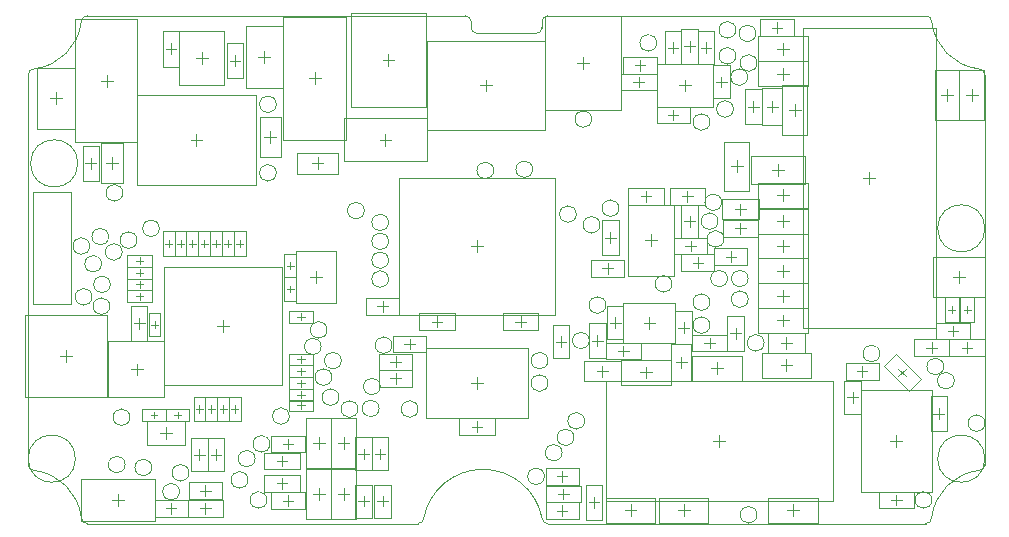
<source format=gbr>
%TF.GenerationSoftware,Altium Limited,Altium Designer,22.6.1 (34)*%
G04 Layer_Color=16776960*
%FSLAX45Y45*%
%MOMM*%
%TF.SameCoordinates,07F994AE-BB1C-4BEA-A643-928B9DFDCC76*%
%TF.FilePolarity,Positive*%
%TF.FileFunction,Other,Top_Courtyard*%
%TF.Part,Single*%
G01*
G75*
%TA.AperFunction,NonConductor*%
%ADD164C,0.10000*%
%ADD170C,0.05000*%
D164*
X3990711Y3040000D02*
G03*
X3990711Y3040000I-70711J0D01*
G01*
X4820710Y3475000D02*
G03*
X4820710Y3475000I-70711J0D01*
G01*
X2150711Y3020000D02*
G03*
X2150711Y3020000I-70711J0D01*
G01*
Y3600000D02*
G03*
X2150711Y3600000I-70711J0D01*
G01*
X850711Y2850000D02*
G03*
X850711Y2850000I-70711J0D01*
G01*
X6220711Y125000D02*
G03*
X6220711Y125000I-70711J0D01*
G01*
X7700711Y250000D02*
G03*
X7700711Y250000I-70711J0D01*
G01*
X2260711Y960000D02*
G03*
X2260711Y960000I-70711J0D01*
G01*
X3350711Y1020000D02*
G03*
X3350711Y1020000I-70711J0D01*
G01*
X4670711Y780000D02*
G03*
X4670711Y780000I-70711J0D01*
G01*
X1910711Y420000D02*
G03*
X1910711Y420000I-70711J0D01*
G01*
X2095711Y725000D02*
G03*
X2095711Y725000I-70711J0D01*
G01*
X2070711Y250000D02*
G03*
X2070711Y250000I-70711J0D01*
G01*
X1970711Y600000D02*
G03*
X1970711Y600000I-70711J0D01*
G01*
X4570711Y650000D02*
G03*
X4570711Y650000I-70711J0D01*
G01*
X4420711Y450000D02*
G03*
X4420711Y450000I-70711J0D01*
G01*
X4760711Y920000D02*
G03*
X4760711Y920000I-70711J0D01*
G01*
X4800711Y1600000D02*
G03*
X4800711Y1600000I-70711J0D01*
G01*
X4320711Y3050000D02*
G03*
X4320711Y3050000I-70711J0D01*
G01*
X6280711Y1580000D02*
G03*
X6280711Y1580000I-70711J0D01*
G01*
X3100711Y2280000D02*
G03*
X3100711Y2280000I-70711J0D01*
G01*
Y2120000D02*
G03*
X3100711Y2120000I-70711J0D01*
G01*
Y2600000D02*
G03*
X3100711Y2600000I-70711J0D01*
G01*
Y2440000D02*
G03*
X3100711Y2440000I-70711J0D01*
G01*
X4940711Y1900000D02*
G03*
X4940711Y1900000I-70711J0D01*
G01*
X5820711Y1730000D02*
G03*
X5820711Y1730000I-70711J0D01*
G01*
X4690711Y2670000D02*
G03*
X4690711Y2670000I-70711J0D01*
G01*
X5920711Y2770000D02*
G03*
X5920711Y2770000I-70711J0D01*
G01*
X1330711Y320000D02*
G03*
X1330711Y320000I-70711J0D01*
G01*
X3130711Y1560000D02*
G03*
X3130711Y1560000I-70711J0D01*
G01*
X3030711Y1210000D02*
G03*
X3030711Y1210000I-70711J0D01*
G01*
X910711Y950000D02*
G03*
X910711Y950000I-70711J0D01*
G01*
X845711Y2350000D02*
G03*
X845711Y2350000I-70711J0D01*
G01*
X5820711Y3450000D02*
G03*
X5820711Y3450000I-70711J0D01*
G01*
X1160711Y2550000D02*
G03*
X1160711Y2550000I-70711J0D01*
G01*
X970711Y2450000D02*
G03*
X970711Y2450000I-70711J0D01*
G01*
X6020711Y3560000D02*
G03*
X6020711Y3560000I-70711J0D01*
G01*
X6040711Y4230000D02*
G03*
X6040711Y4230000I-70711J0D01*
G01*
X5370711Y4120000D02*
G03*
X5370711Y4120000I-70711J0D01*
G01*
X730711Y2480000D02*
G03*
X730711Y2480000I-70711J0D01*
G01*
X6220711Y3950000D02*
G03*
X6220711Y3950000I-70711J0D01*
G01*
X570711Y2400000D02*
G03*
X570711Y2400000I-70711J0D01*
G01*
X6040711Y4010000D02*
G03*
X6040711Y4010000I-70711J0D01*
G01*
X6140711Y3830000D02*
G03*
X6140711Y3830000I-70711J0D01*
G01*
X6210711Y4200000D02*
G03*
X6210711Y4200000I-70711J0D01*
G01*
X745711Y2075000D02*
G03*
X745711Y2075000I-70711J0D01*
G01*
X590711Y1970000D02*
G03*
X590711Y1970000I-70711J0D01*
G01*
X5890711Y2610000D02*
G03*
X5890711Y2610000I-70711J0D01*
G01*
X5050711Y2720000D02*
G03*
X5050711Y2720000I-70711J0D01*
G01*
X4890711Y2580000D02*
G03*
X4890711Y2580000I-70711J0D01*
G01*
X5940711Y2460000D02*
G03*
X5940711Y2460000I-70711J0D01*
G01*
X2530711Y1550000D02*
G03*
X2530711Y1550000I-70711J0D01*
G01*
X5970711Y2125000D02*
G03*
X5970711Y2125000I-70711J0D01*
G01*
X2620711Y1290000D02*
G03*
X2620711Y1290000I-70711J0D01*
G01*
X5500711Y2080000D02*
G03*
X5500711Y2080000I-70711J0D01*
G01*
X6145711Y1950000D02*
G03*
X6145711Y1950000I-70711J0D01*
G01*
Y2125000D02*
G03*
X6145711Y2125000I-70711J0D01*
G01*
X2580711Y1690000D02*
G03*
X2580711Y1690000I-70711J0D01*
G01*
X2700711Y1430000D02*
G03*
X2700711Y1430000I-70711J0D01*
G01*
X7800711Y1380000D02*
G03*
X7800711Y1380000I-70711J0D01*
G01*
X2680711Y1120000D02*
G03*
X2680711Y1120000I-70711J0D01*
G01*
X7890711Y1260000D02*
G03*
X7890711Y1260000I-70711J0D01*
G01*
X740711Y1890000D02*
G03*
X740711Y1890000I-70711J0D01*
G01*
X5820711Y1925000D02*
G03*
X5820711Y1925000I-70711J0D01*
G01*
X8150711Y900000D02*
G03*
X8150711Y900000I-70711J0D01*
G01*
X1410711Y480000D02*
G03*
X1410711Y480000I-70711J0D01*
G01*
X4450711Y1240000D02*
G03*
X4450711Y1240000I-70711J0D01*
G01*
X1095711Y525000D02*
G03*
X1095711Y525000I-70711J0D01*
G01*
X7260711Y1490000D02*
G03*
X7260711Y1490000I-70711J0D01*
G01*
X2840711Y1020000D02*
G03*
X2840711Y1020000I-70711J0D01*
G01*
X3020711Y1025000D02*
G03*
X3020711Y1025000I-70711J0D01*
G01*
X870711Y550000D02*
G03*
X870711Y550000I-70711J0D01*
G01*
X4450711Y1430000D02*
G03*
X4450711Y1430000I-70711J0D01*
G01*
X670711Y2250000D02*
G03*
X670711Y2250000I-70711J0D01*
G01*
X2895711Y2700000D02*
G03*
X2895711Y2700000I-70711J0D01*
G01*
X100000Y3900000D02*
G03*
X500000Y4300000I-50000J450000D01*
G01*
X7700000D02*
G03*
X8100000Y3900000I450000J50000D01*
G01*
Y500000D02*
G03*
X7700000Y100000I50000J-450000D01*
G01*
X500000D02*
G03*
X100000Y500000I-450000J-50000D01*
G01*
X4400000Y100000D02*
G03*
X3400000Y100000I-500000J-100000D01*
G01*
X50000Y550000D02*
G03*
X100000Y500000I50000J0D01*
G01*
X550000Y4350000D02*
G03*
X500000Y4300000I0J-50000D01*
G01*
X100000Y3900000D02*
G03*
X50000Y3850000I0J-50000D01*
G01*
X4350000Y4200000D02*
G03*
X4400000Y4250000I0J50000D01*
G01*
X3800000D02*
G03*
X3850000Y4200000I50000J0D01*
G01*
X4450000Y4350000D02*
G03*
X4400000Y4300000I0J-50000D01*
G01*
X3800000D02*
G03*
X3750000Y4350000I-50000J0D01*
G01*
X7700000Y4300000D02*
G03*
X7650000Y4350000I-50000J0D01*
G01*
X8150000Y3850000D02*
G03*
X8100000Y3900000I-50000J0D01*
G01*
Y500000D02*
G03*
X8150000Y550000I0J50000D01*
G01*
X7650000Y50000D02*
G03*
X7700000Y100000I0J50000D01*
G01*
X3350000Y50000D02*
G03*
X3400000Y100000I0J50000D01*
G01*
X4400000D02*
G03*
X4450000Y50000I50000J0D01*
G01*
X500000Y100000D02*
G03*
X550000Y50000I50000J0D01*
G01*
X8149997Y599997D02*
G03*
X8149997Y599997I-200000J0D01*
G01*
X8149998Y2549997D02*
G03*
X8149998Y2549997I-200000J0D01*
G01*
X469993Y3099997D02*
G03*
X469993Y3099997I-200000J0D01*
G01*
X449994Y599996D02*
G03*
X449994Y599996I-200000J0D01*
G01*
X975000Y2920000D02*
Y3680000D01*
X1975000D01*
X975000Y2920000D02*
X1975000D01*
X1475000Y3250000D02*
Y3350000D01*
X1425000Y3300000D02*
X1525000D01*
X1975000Y2920000D02*
Y3680000D01*
X729972Y1124975D02*
Y1594975D01*
Y1124975D02*
X1199972D01*
X729972Y1594975D02*
X1199972D01*
Y1124975D02*
Y1594975D01*
X919972Y1354975D02*
X1019972D01*
X969972Y1304975D02*
Y1404975D01*
X3800000Y2400000D02*
X3900000D01*
X3850000Y2350000D02*
Y2450000D01*
X3190000Y1820000D02*
Y2980000D01*
X4510000D01*
Y1820000D02*
Y2980000D01*
X3190000Y1820000D02*
X4510000D01*
X1470000Y3990000D02*
X1570000D01*
X1520000Y3940000D02*
Y4040000D01*
X1710000Y3760000D02*
Y4220000D01*
X1330000Y3760000D02*
Y4220000D01*
X1710000D01*
X1330000Y3760000D02*
X1710000D01*
X7100000Y320000D02*
X7700000D01*
X7100000Y1180000D02*
X7700000D01*
X7100000Y320000D02*
Y1180000D01*
X7700000Y320000D02*
Y1180000D01*
X7400000Y700000D02*
Y800000D01*
X7350000Y750000D02*
X7450000D01*
X5669999Y1260000D02*
Y1470000D01*
X6090000Y1260000D02*
Y1470000D01*
X5669999D02*
X6090000D01*
X5669999Y1260000D02*
X6090000D01*
X5830000Y1365000D02*
X5929999D01*
X5879999Y1315000D02*
Y1415000D01*
X6609999Y1705000D02*
X7739999D01*
Y4245000D01*
X7169999Y2925000D02*
Y3025000D01*
X7119999Y2975000D02*
X7219999D01*
X6609999Y4245000D02*
X7739999D01*
X6609999Y1705000D02*
Y4245000D01*
X5900000Y700000D02*
Y800000D01*
X5850000Y750000D02*
X5950000D01*
X4940000Y1260000D02*
X6860000D01*
Y240000D02*
Y1260000D01*
X4940000Y240000D02*
X6860000D01*
X4940000D02*
Y1260000D01*
X2320000Y1915000D02*
Y2355000D01*
X2660000Y1915000D02*
Y2355000D01*
X2320000D02*
X2660000D01*
X2320000Y1915000D02*
X2660000D01*
X91229Y2861311D02*
X408770D01*
X91229Y1908691D02*
Y2861311D01*
X408770Y1908691D02*
Y2861311D01*
X91229Y1908691D02*
X408770D01*
X6399999Y2995000D02*
Y3095000D01*
X6349999Y3045000D02*
X6450000D01*
X6170000Y3165000D02*
X6629999D01*
X6170000Y2925000D02*
X6629999D01*
X6170000D02*
Y3165000D01*
X6629999Y2925000D02*
Y3165000D01*
X1165000Y815000D02*
X1265000D01*
X1055000Y715000D02*
X1375000D01*
X1055000D02*
Y915000D01*
X1375000D01*
Y715000D02*
Y915000D01*
X1215000Y765000D02*
Y865000D01*
X3074974Y3250000D02*
Y3350000D01*
X3024974Y3300000D02*
X3124974D01*
X2724974Y3120000D02*
X3424974D01*
X2724974Y3480000D02*
X3424974D01*
Y3120000D02*
Y3480000D01*
X2724974Y3120000D02*
Y3480000D01*
X2780000Y3575000D02*
X3420000D01*
X2780000Y4375000D02*
X3420000D01*
X2780000Y3575000D02*
Y4375000D01*
X3420000Y3575000D02*
Y4375000D01*
X3100000Y3925000D02*
Y4025000D01*
X3050000Y3975000D02*
X3150000D01*
X1199997Y1224981D02*
X2199997D01*
X1199997Y2224981D02*
X2199997D01*
X1199997Y1224981D02*
Y2224981D01*
X2199997Y1224981D02*
Y2224981D01*
X1699997Y1674981D02*
Y1774981D01*
X1649997Y1724981D02*
X1749997D01*
X810000Y200000D02*
Y300000D01*
X760000Y250000D02*
X860000D01*
X1120000Y70000D02*
Y430000D01*
X500000Y70000D02*
X1120000D01*
X500000D02*
Y430000D01*
X1120000D01*
X4910000Y80000D02*
Y380000D01*
X4795000Y230000D02*
X4885000D01*
X4840000Y185000D02*
Y275000D01*
X4770000Y80000D02*
Y380000D01*
Y80000D02*
X4910000D01*
X4770000Y380000D02*
X4910000D01*
X4940000Y1440000D02*
X5240000D01*
X5090000Y1465000D02*
Y1555000D01*
X5045000Y1510000D02*
X5135000D01*
X4940000Y1580000D02*
X5240000D01*
X4940000Y1440000D02*
Y1580000D01*
X5240000Y1440000D02*
Y1580000D01*
X4425025Y3550000D02*
X5065025D01*
X4425025Y4350000D02*
X5065025D01*
X4425025Y3550000D02*
Y4350000D01*
X5065025Y3550000D02*
Y4350000D01*
X4745025Y3900000D02*
Y4000000D01*
X4695025Y3950000D02*
X4795025D01*
X2210000Y3300000D02*
X2740000D01*
X2210000Y4340000D02*
X2740000D01*
X2210000Y3300000D02*
Y4340000D01*
X2740000Y3300000D02*
Y4340000D01*
X2480000Y3770000D02*
Y3870000D01*
X2430000Y3820000D02*
X2530000D01*
X1330000Y3920000D02*
Y4220000D01*
X1215000Y4070000D02*
X1305000D01*
X1260000Y4025000D02*
Y4115000D01*
X1190000Y3920000D02*
Y4220000D01*
Y3920000D02*
X1330000D01*
X1190000Y4220000D02*
X1330000D01*
X1870000Y3820000D02*
Y4120000D01*
X1755000Y3970000D02*
X1845000D01*
X1800000Y3925000D02*
Y4015000D01*
X1730000Y3820000D02*
Y4120000D01*
Y3820000D02*
X1870000D01*
X1730000Y4120000D02*
X1870000D01*
X2000000Y4000000D02*
X2100000D01*
X2050000Y3950000D02*
Y4050000D01*
X2210000Y3740000D02*
Y4260000D01*
X1890000Y3740000D02*
Y4260000D01*
X2210000D01*
X1890000Y3740000D02*
X2210000D01*
X444975Y3280000D02*
X974975D01*
X444975Y4320000D02*
X974975D01*
X444975Y3280000D02*
Y4320000D01*
X974975Y3280000D02*
Y4320000D01*
X714975Y3750000D02*
Y3850000D01*
X664975Y3800000D02*
X764975D01*
X234949Y3650000D02*
X334949D01*
X284949Y3600000D02*
Y3700000D01*
X444949Y3390000D02*
Y3910000D01*
X124949Y3390000D02*
Y3910000D01*
X444949D01*
X124949Y3390000D02*
X444949D01*
X510000Y2950000D02*
Y3250000D01*
X535000Y3100000D02*
X625000D01*
X580000Y3055000D02*
Y3145000D01*
X650000Y2950000D02*
Y3250000D01*
X510000D02*
X650000D01*
X510000Y2950000D02*
X650000D01*
X2050000Y650000D02*
X2350000D01*
X2200000Y535000D02*
Y625000D01*
X2155000Y580000D02*
X2245000D01*
X2050000Y510000D02*
X2350000D01*
Y650000D01*
X2050000Y510000D02*
Y650000D01*
Y460000D02*
X2350000D01*
X2200000Y345000D02*
Y435000D01*
X2155000Y390000D02*
X2245000D01*
X2050000Y320000D02*
X2350000D01*
Y460000D01*
X2050000Y320000D02*
Y460000D01*
X4430736Y370000D02*
X4730736D01*
X4580736Y255000D02*
Y345000D01*
X4535736Y300000D02*
X4625736D01*
X4430736Y230000D02*
X4730736D01*
Y370000D01*
X4430736Y230000D02*
Y370000D01*
X4070000Y1690000D02*
X4370000D01*
X4220000Y1715000D02*
Y1805000D01*
X4175000Y1760000D02*
X4265000D01*
X4070000Y1830000D02*
X4370000D01*
X4070000Y1690000D02*
Y1830000D01*
X4370000Y1690000D02*
Y1830000D01*
X4940000Y1450000D02*
Y1750000D01*
X4825000Y1600000D02*
X4915000D01*
X4870000Y1555000D02*
Y1645000D01*
X4800000Y1450000D02*
Y1750000D01*
Y1450000D02*
X4940000D01*
X4800000Y1750000D02*
X4940000D01*
X5970000Y1510000D02*
Y1810000D01*
X5995000Y1660000D02*
X6085000D01*
X6040000Y1615000D02*
Y1705000D01*
X6110000Y1510000D02*
Y1810000D01*
X5970000D02*
X6110000D01*
X5970000Y1510000D02*
X6110000D01*
X3360000Y1830000D02*
X3660000D01*
X3510000Y1715000D02*
Y1805000D01*
X3465000Y1760000D02*
X3555000D01*
X3360000Y1690000D02*
X3660000D01*
Y1830000D01*
X3360000Y1690000D02*
Y1830000D01*
X6120000Y3430000D02*
Y3730000D01*
X6145000Y3580000D02*
X6235000D01*
X6190000Y3535000D02*
Y3625000D01*
X6260000Y3430000D02*
Y3730000D01*
X6120000D02*
X6260000D01*
X6120000Y3430000D02*
X6260000D01*
X5670000Y1650000D02*
X5970000D01*
X5820000Y1535000D02*
Y1625000D01*
X5775000Y1580000D02*
X5865000D01*
X5670000Y1510000D02*
X5970000D01*
Y1650000D01*
X5670000Y1510000D02*
Y1650000D01*
X1169999Y1635000D02*
Y1835000D01*
X1120000Y1707500D02*
Y1762500D01*
X1092500Y1735000D02*
X1147500D01*
X1070000Y1835000D02*
X1169999D01*
X1070000Y1635000D02*
X1169999D01*
X1070000D02*
Y1835000D01*
X919999Y1595000D02*
Y1895000D01*
X945000Y1745000D02*
X1034999D01*
X990000Y1700000D02*
Y1790000D01*
X1060000Y1595000D02*
Y1895000D01*
X919999D02*
X1060000D01*
X919999Y1595000D02*
X1060000D01*
X2319999Y2135000D02*
Y2335000D01*
X2270000Y2207501D02*
Y2262500D01*
X2242500Y2235000D02*
X2297500D01*
X2220000Y2335000D02*
X2319999D01*
X2220000Y2135000D02*
X2319999D01*
X2220000D02*
Y2335000D01*
Y1935000D02*
Y2135000D01*
X2270000Y2007500D02*
Y2062500D01*
X2242499Y2035000D02*
X2297499D01*
X2220000Y1935000D02*
X2319999D01*
X2220000Y2135000D02*
X2319999D01*
Y1935000D02*
Y2135000D01*
X1214999Y920000D02*
X1414999D01*
X1287500Y970000D02*
X1342499D01*
X1314999Y942500D02*
Y997500D01*
X1414999Y920000D02*
Y1020000D01*
X1214999Y920000D02*
Y1020000D01*
X1414999D01*
X1014974D02*
X1214974D01*
X1087474Y970000D02*
X1142474D01*
X1114974Y942500D02*
Y997500D01*
X1014974Y920000D02*
Y1020000D01*
X1214974Y920000D02*
Y1020000D01*
X1014974Y920000D02*
X1214974D01*
X1400000Y110000D02*
X1700000D01*
X1550000Y135000D02*
Y225000D01*
X1505000Y180000D02*
X1595000D01*
X1400000Y250000D02*
X1700000D01*
X1400000Y110000D02*
Y250000D01*
X1700000Y110000D02*
Y250000D01*
X3700000Y940000D02*
X4000000D01*
X3850000Y825000D02*
Y915000D01*
X3805000Y870000D02*
X3895000D01*
X3700000Y800000D02*
X4000000D01*
Y940000D01*
X3700000Y800000D02*
Y940000D01*
X5720000Y3940000D02*
Y4240000D01*
X5605000Y4090000D02*
X5695000D01*
X5650000Y4045000D02*
Y4135000D01*
X5580000Y3940000D02*
Y4240000D01*
Y3940000D02*
X5720000D01*
X5580000Y4240000D02*
X5720000D01*
X5070000Y3720000D02*
X5370000D01*
X5220000Y3745000D02*
Y3835000D01*
X5175000Y3790000D02*
X5265000D01*
X5070000Y3860000D02*
X5370000D01*
X5070000Y3720000D02*
Y3860000D01*
X5370000Y3720000D02*
Y3860000D01*
X5480000Y2890000D02*
X5780000D01*
X5630000Y2775000D02*
Y2865000D01*
X5585000Y2820000D02*
X5675000D01*
X5480000Y2750000D02*
X5780000D01*
Y2890000D01*
X5480000Y2750000D02*
Y2890000D01*
X5130000D02*
X5430000D01*
X5280000Y2775000D02*
Y2865000D01*
X5235000Y2820000D02*
X5325000D01*
X5130000Y2750000D02*
X5430000D01*
Y2890000D01*
X5130000Y2750000D02*
Y2890000D01*
X5050000Y2320000D02*
Y2620000D01*
X4935000Y2470000D02*
X5025000D01*
X4980000Y2425000D02*
Y2515000D01*
X4910000Y2320000D02*
Y2620000D01*
Y2320000D02*
X5050000D01*
X4910000Y2620000D02*
X5050000D01*
X5930000Y2620000D02*
X6230000D01*
X6080000Y2505000D02*
Y2595000D01*
X6035000Y2550000D02*
X6125000D01*
X5930000Y2480000D02*
X6230000D01*
Y2620000D01*
X5930000Y2480000D02*
Y2620000D01*
X7250000Y180000D02*
X7550000D01*
X7400000Y205000D02*
Y295000D01*
X7355000Y250000D02*
X7445000D01*
X7250000Y320000D02*
X7550000D01*
X7250000Y180000D02*
Y320000D01*
X7550000Y180000D02*
Y320000D01*
X7830000Y830000D02*
Y1130000D01*
X7715000Y980000D02*
X7805000D01*
X7760000Y935000D02*
Y1025000D01*
X7690000Y830000D02*
Y1130000D01*
Y830000D02*
X7830000D01*
X7690000Y1130000D02*
X7830000D01*
X7393432Y1485563D02*
X7605564Y1273432D01*
X7418180Y1298180D02*
X7481820Y1361820D01*
X7418180D02*
X7481820Y1298180D01*
X7294437Y1386568D02*
X7506568Y1174436D01*
X7605564Y1273432D01*
X7294437Y1386568D02*
X7393432Y1485563D01*
X7850000Y1610000D02*
X8150000D01*
X8000000Y1495000D02*
Y1585000D01*
X7955000Y1540000D02*
X8045000D01*
X7850000Y1470000D02*
X8150000D01*
Y1610000D01*
X7850000Y1470000D02*
Y1610000D01*
X7550000Y1470000D02*
X7850000D01*
X7700000Y1495000D02*
Y1585000D01*
X7655000Y1540000D02*
X7745000D01*
X7550000Y1610000D02*
X7850000D01*
X7550000Y1470000D02*
Y1610000D01*
X7850000Y1470000D02*
Y1610000D01*
X5810000Y57500D02*
Y267500D01*
X5390000Y57500D02*
Y267500D01*
Y57500D02*
X5810000D01*
X5390000Y267500D02*
X5810000D01*
X5550000Y162500D02*
X5650000D01*
X5600000Y112500D02*
Y212500D01*
X5360000Y57500D02*
Y267500D01*
X4940000Y57500D02*
Y267500D01*
Y57500D02*
X5360000D01*
X4940000Y267500D02*
X5360000D01*
X5100000Y162500D02*
X5200000D01*
X5150000Y112500D02*
Y212500D01*
X5070000Y1225000D02*
Y1435000D01*
X5490000Y1225000D02*
Y1435000D01*
X5070000D02*
X5490000D01*
X5070000Y1225000D02*
X5490000D01*
X5230000Y1330000D02*
X5330000D01*
X5280000Y1280000D02*
Y1380000D01*
X6680000Y1285000D02*
Y1495000D01*
X6260000Y1285000D02*
Y1495000D01*
Y1285000D02*
X6680000D01*
X6260000Y1495000D02*
X6680000D01*
X6420000Y1390000D02*
X6520000D01*
X6470000Y1340000D02*
Y1440000D01*
X6650000Y2295000D02*
Y2505000D01*
X6230000Y2295000D02*
Y2505000D01*
Y2295000D02*
X6650000D01*
X6230000Y2505000D02*
X6650000D01*
X6390000Y2400000D02*
X6490000D01*
X6440000Y2350000D02*
Y2450000D01*
X6650000Y2505000D02*
Y2715000D01*
X6230000Y2505000D02*
Y2715000D01*
Y2505000D02*
X6650000D01*
X6230000Y2715000D02*
X6650000D01*
X6390000Y2610000D02*
X6490000D01*
X6440000Y2560000D02*
Y2660000D01*
X6650000Y1875000D02*
Y2085000D01*
X6230000Y1875000D02*
Y2085000D01*
Y1875000D02*
X6650000D01*
X6230000Y2085000D02*
X6650000D01*
X6390000Y1980000D02*
X6490000D01*
X6440000Y1930000D02*
Y2030000D01*
X7710000Y1970000D02*
X8150000D01*
X7930000Y2090000D02*
Y2190000D01*
X7880000Y2140000D02*
X7980000D01*
X8150000Y1970000D02*
Y2310000D01*
X7710000Y1970000D02*
Y2310000D01*
X8150000D01*
X6650000Y2085000D02*
Y2295000D01*
X6230000Y2085000D02*
Y2295000D01*
Y2085000D02*
X6650000D01*
X6230000Y2295000D02*
X6650000D01*
X6390000Y2190000D02*
X6490000D01*
X6440000Y2140000D02*
Y2240000D01*
X6650000Y2725000D02*
Y2935000D01*
X6230000Y2725000D02*
Y2935000D01*
Y2725000D02*
X6650000D01*
X6230000Y2935000D02*
X6650000D01*
X6390000Y2830000D02*
X6490000D01*
X6440000Y2780000D02*
Y2880000D01*
X6650000Y1665000D02*
Y1875000D01*
X6230000Y1665000D02*
Y1875000D01*
Y1665000D02*
X6650000D01*
X6230000Y1875000D02*
X6650000D01*
X6390000Y1770000D02*
X6490000D01*
X6440000Y1720000D02*
Y1820000D01*
X7935000Y3890000D02*
X8145000D01*
X7935000Y3470000D02*
X8145000D01*
Y3890000D01*
X7935000Y3470000D02*
Y3890000D01*
X8040000Y3630000D02*
Y3730000D01*
X7990000Y3680000D02*
X8090000D01*
X6650000Y3755000D02*
Y3965000D01*
X6230000Y3755000D02*
Y3965000D01*
Y3755000D02*
X6650000D01*
X6230000Y3965000D02*
X6650000D01*
X6390000Y3860000D02*
X6490000D01*
X6440000Y3810000D02*
Y3910000D01*
X7725000Y3890000D02*
X7935000D01*
X7725000Y3470000D02*
X7935000D01*
Y3890000D01*
X7725000Y3470000D02*
Y3890000D01*
X7830000Y3630000D02*
Y3730000D01*
X7780000Y3680000D02*
X7880000D01*
X6435000Y3760000D02*
X6645000D01*
X6435000Y3340000D02*
X6645000D01*
Y3760000D01*
X6435000Y3340000D02*
Y3760000D01*
X6540000Y3500000D02*
Y3600000D01*
X6490000Y3550000D02*
X6590000D01*
X6650000Y3965000D02*
Y4175000D01*
X6230000Y3965000D02*
Y4175000D01*
Y3965000D02*
X6650000D01*
X6230000Y4175000D02*
X6650000D01*
X6390000Y4070000D02*
X6490000D01*
X6440000Y4020000D02*
Y4120000D01*
X5945000Y3285000D02*
X6155000D01*
X5945000Y2865000D02*
X6155000D01*
Y3285000D01*
X5945000Y2865000D02*
Y3285000D01*
X6050000Y3025000D02*
Y3125000D01*
X6000000Y3075000D02*
X6100000D01*
X2405000Y520000D02*
X2615000D01*
X2405000Y940000D02*
X2615000D01*
X2405000Y520000D02*
Y940000D01*
X2615000Y520000D02*
Y940000D01*
X2510000Y680000D02*
Y780000D01*
X2460000Y730000D02*
X2560000D01*
X2615000Y940000D02*
X2825000D01*
X2615000Y520000D02*
X2825000D01*
Y940000D01*
X2615000Y520000D02*
Y940000D01*
X2720000Y680000D02*
Y780000D01*
X2670000Y730000D02*
X2770000D01*
X2405000Y510000D02*
X2615000D01*
X2405000Y90000D02*
X2615000D01*
Y510000D01*
X2405000Y90000D02*
Y510000D01*
X2510000Y250000D02*
Y350000D01*
X2460000Y300000D02*
X2560000D01*
X2615000Y90000D02*
X2825000D01*
X2615000Y510000D02*
X2825000D01*
X2615000Y90000D02*
Y510000D01*
X2825000Y90000D02*
Y510000D01*
X2720000Y250000D02*
Y350000D01*
X2670000Y300000D02*
X2770000D01*
X4910000Y1292500D02*
Y1387500D01*
X4862500Y1340000D02*
X4957500D01*
X4755000Y1425000D02*
X5065000D01*
X4755000Y1255000D02*
X5065000D01*
X4755000D02*
Y1425000D01*
X5065000Y1255000D02*
Y1425000D01*
X5532499Y1415000D02*
X5627499D01*
X5580000Y1367500D02*
Y1462500D01*
X5494999Y1260000D02*
Y1570000D01*
X5664999Y1260000D02*
Y1570000D01*
X5494999Y1260000D02*
X5664999D01*
X5494999Y1570000D02*
X5664999D01*
X6625000Y1495026D02*
Y1665026D01*
X6315000Y1495026D02*
Y1665026D01*
Y1495026D02*
X6625000D01*
X6315000Y1665026D02*
X6625000D01*
X6422500Y1580026D02*
X6517500D01*
X6470000Y1532526D02*
Y1627526D01*
X7810000Y1755000D02*
X7930000D01*
X7810000Y1965000D02*
X7930000D01*
X7810000Y1755000D02*
Y1965000D01*
X7930000Y1755000D02*
Y1965000D01*
X7870000Y1830000D02*
Y1890000D01*
X7840000Y1860000D02*
X7900000D01*
X7940000Y1755000D02*
X8060000D01*
X7940000Y1965000D02*
X8060000D01*
X7940000Y1755000D02*
Y1965000D01*
X8060000Y1755000D02*
Y1965000D01*
X8000000Y1830000D02*
Y1890000D01*
X7970000Y1860000D02*
X8030000D01*
X6080000Y2662500D02*
Y2757500D01*
X6032500Y2710000D02*
X6127500D01*
X5925000Y2795000D02*
X6235000D01*
X5925000Y2625000D02*
X6235000D01*
X5925000D02*
Y2795000D01*
X6235000Y2625000D02*
Y2795000D01*
X6302500Y3580000D02*
X6397500D01*
X6350000Y3532500D02*
Y3627500D01*
X6265000Y3425000D02*
Y3735000D01*
X6435000Y3425000D02*
Y3735000D01*
X6265000Y3425000D02*
X6435000D01*
X6265000Y3735000D02*
X6435000D01*
X3424999Y3380000D02*
Y4140000D01*
X4425000D01*
X3424999Y3380000D02*
X4425000D01*
X3925000Y3710000D02*
Y3810000D01*
X3874999Y3760000D02*
X3974999D01*
X4425000Y3380000D02*
Y4140000D01*
X5090000Y1580000D02*
Y1920000D01*
X5530000Y1580000D02*
Y1920000D01*
X5090000D02*
X5530000D01*
X5090000Y1580000D02*
X5530000D01*
X5260000Y1750000D02*
X5360000D01*
X5310000Y1700000D02*
Y1800000D01*
X6390000Y4205000D02*
Y4295000D01*
X6345000Y4250000D02*
X6435000D01*
X6250000Y4320000D02*
X6530000D01*
X6250000Y4180000D02*
X6530000D01*
X6250000D02*
Y4320000D01*
X6530000Y4180000D02*
Y4320000D01*
X2500000Y3050000D02*
Y3150000D01*
X2450000Y3100000D02*
X2550000D01*
X2330000Y3190000D02*
X2670000D01*
X2330000Y3010000D02*
X2670000D01*
X2330000D02*
Y3190000D01*
X2670000Y3010000D02*
Y3190000D01*
X2050000Y3320000D02*
X2150000D01*
X2100000Y3270000D02*
Y3370000D01*
X2190000Y3150000D02*
Y3490000D01*
X2010000Y3150000D02*
Y3490000D01*
X2190000D01*
X2010000Y3150000D02*
X2190000D01*
X710000Y3100000D02*
X810000D01*
X760000Y3050000D02*
Y3150000D01*
X670000Y2930000D02*
Y3270000D01*
X850000Y2930000D02*
Y3270000D01*
X670000Y2930000D02*
X850000D01*
X670000Y3270000D02*
X850000D01*
X2985000Y640000D02*
X3075000D01*
X3030000Y595000D02*
Y685000D01*
X2960000Y500000D02*
Y780000D01*
X3100000Y500000D02*
Y780000D01*
X2960000Y500000D02*
X3100000D01*
X2960000Y780000D02*
X3100000D01*
X2250000Y680000D02*
Y770000D01*
X2205000Y725000D02*
X2295000D01*
X2110000Y795000D02*
X2390000D01*
X2110000Y655000D02*
X2390000D01*
X2110000D02*
Y795000D01*
X2390000Y655000D02*
Y795000D01*
X2845000Y640000D02*
X2935000D01*
X2890000Y595000D02*
Y685000D01*
X2960000Y500000D02*
Y780000D01*
X2820000Y500000D02*
Y780000D01*
X2960000D01*
X2820000Y500000D02*
X2960000D01*
X3005000Y240000D02*
X3095000D01*
X3050000Y195000D02*
Y285000D01*
X3120000Y100000D02*
Y380000D01*
X2980000Y100000D02*
Y380000D01*
X3120000D01*
X2980000Y100000D02*
X3120000D01*
X2250000Y200000D02*
Y290000D01*
X2205000Y245000D02*
X2295000D01*
X2110000Y315000D02*
X2390000D01*
X2110000Y175000D02*
X2390000D01*
X2110000D02*
Y315000D01*
X2390000Y175000D02*
Y315000D01*
X2845000Y240000D02*
X2935000D01*
X2890000Y195000D02*
Y285000D01*
X2820000Y100000D02*
Y380000D01*
X2960000Y100000D02*
Y380000D01*
X2820000Y100000D02*
X2960000D01*
X2820000Y380000D02*
X2960000D01*
X4570736Y405000D02*
Y495000D01*
X4525736Y450000D02*
X4615736D01*
X4430736Y380000D02*
X4710736D01*
X4430736Y520000D02*
X4710736D01*
Y380000D02*
Y520000D01*
X4430736Y380000D02*
Y520000D01*
X4570000Y114974D02*
Y204974D01*
X4525000Y159974D02*
X4615000D01*
X4430000Y229974D02*
X4710000D01*
X4430000Y89974D02*
X4710000D01*
X4430000D02*
Y229974D01*
X4710000Y89974D02*
Y229974D01*
X4515000Y1590000D02*
X4605000D01*
X4560000Y1545000D02*
Y1635000D01*
X4490000Y1450000D02*
Y1730000D01*
X4630000Y1450000D02*
Y1730000D01*
X4490000Y1450000D02*
X4630000D01*
X4490000Y1730000D02*
X4630000D01*
X4975000Y1750000D02*
X5065000D01*
X5020000Y1705000D02*
Y1795000D01*
X4950000Y1610000D02*
Y1890000D01*
X5090000Y1610000D02*
Y1890000D01*
X4950000Y1610000D02*
X5090000D01*
X4950000Y1890000D02*
X5090000D01*
X3050000Y1845000D02*
Y1935000D01*
X3005000Y1890000D02*
X3095000D01*
X2910000Y1820000D02*
X3190000D01*
X2910000Y1960000D02*
X3190000D01*
Y1820000D02*
Y1960000D01*
X2910000Y1820000D02*
Y1960000D01*
X5555000Y1710000D02*
X5645000D01*
X5600000Y1665000D02*
Y1755000D01*
X5530000Y1570000D02*
Y1850000D01*
X5670000Y1570000D02*
Y1850000D01*
X5530000Y1570000D02*
X5670000D01*
X5530000Y1850000D02*
X5670000D01*
X3160000Y1375000D02*
Y1465000D01*
X3115000Y1420000D02*
X3205000D01*
X3020000Y1350000D02*
X3300000D01*
X3020000Y1490000D02*
X3300000D01*
Y1350000D02*
Y1490000D01*
X3020000Y1350000D02*
Y1490000D01*
X3280000Y1525000D02*
Y1615000D01*
X3235000Y1570000D02*
X3325000D01*
X3140000Y1640000D02*
X3420000D01*
X3140000Y1500000D02*
X3420000D01*
X3140000D02*
Y1640000D01*
X3420000Y1500000D02*
Y1640000D01*
X1549974Y1125000D02*
X1649974D01*
X1549974Y915000D02*
X1649974D01*
Y1125000D01*
X1549974Y915000D02*
Y1125000D01*
X1599974Y990000D02*
Y1050000D01*
X1569974Y1020000D02*
X1629974D01*
X1649999Y915000D02*
X1749999D01*
X1649999Y1125000D02*
X1749999D01*
X1649999Y915000D02*
Y1125000D01*
X1749999Y915000D02*
Y1125000D01*
X1699999Y990000D02*
Y1050000D01*
X1669999Y1020000D02*
X1729999D01*
X1750000Y915000D02*
X1849999D01*
X1750000Y1125000D02*
X1849999D01*
X1750000Y915000D02*
Y1125000D01*
X1849999Y915000D02*
Y1125000D01*
X1799999Y990000D02*
Y1050000D01*
X1770000Y1020000D02*
X1829999D01*
X2465000Y1000000D02*
Y1100000D01*
X2255000Y1000000D02*
Y1100000D01*
Y1000000D02*
X2465000D01*
X2255000Y1100000D02*
X2465000D01*
X2330000Y1050000D02*
X2390000D01*
X2360000Y1020000D02*
Y1080000D01*
X2255000Y1750101D02*
Y1850101D01*
X2465000Y1750101D02*
Y1850101D01*
X2255000D02*
X2465000D01*
X2255000Y1750101D02*
X2465000D01*
X2330000Y1800101D02*
X2390000D01*
X2360000Y1770101D02*
Y1830101D01*
X2465000Y1090000D02*
Y1190000D01*
X2255000Y1090000D02*
Y1190000D01*
Y1090000D02*
X2465000D01*
X2255000Y1190000D02*
X2465000D01*
X2330000Y1140000D02*
X2390000D01*
X2360000Y1110000D02*
Y1170000D01*
X2465000Y1190000D02*
Y1290000D01*
X2255000Y1190000D02*
Y1290000D01*
Y1190000D02*
X2465000D01*
X2255000Y1290000D02*
X2465000D01*
X2330000Y1240000D02*
X2390000D01*
X2360000Y1210000D02*
Y1270000D01*
X1590075Y2525000D02*
X1690075D01*
X1590075Y2315000D02*
X1690075D01*
Y2525000D01*
X1590075Y2315000D02*
Y2525000D01*
X1640075Y2390000D02*
Y2450000D01*
X1610075Y2420000D02*
X1670075D01*
X1490050Y2525000D02*
X1590050D01*
X1490050Y2315000D02*
X1590050D01*
Y2525000D01*
X1490050Y2315000D02*
Y2525000D01*
X1540050Y2390000D02*
Y2450000D01*
X1510050Y2420000D02*
X1570050D01*
X1390025Y2525000D02*
X1490025D01*
X1390025Y2315000D02*
X1490025D01*
Y2525000D01*
X1390025Y2315000D02*
Y2525000D01*
X1440025Y2390000D02*
Y2450000D01*
X1410025Y2420000D02*
X1470025D01*
X889999Y2225000D02*
Y2325000D01*
X1100000Y2225000D02*
Y2325000D01*
X889999D02*
X1100000D01*
X889999Y2225000D02*
X1100000D01*
X965000Y2275000D02*
X1024999D01*
X995000Y2245000D02*
Y2305000D01*
X1290000Y2315000D02*
X1390000D01*
X1290000Y2525000D02*
X1390000D01*
X1290000Y2315000D02*
Y2525000D01*
X1390000Y2315000D02*
Y2525000D01*
X1340000Y2390000D02*
Y2450000D01*
X1310000Y2420000D02*
X1370000D01*
X1190000Y2315000D02*
X1289999D01*
X1190000Y2525000D02*
X1289999D01*
X1190000Y2315000D02*
Y2525000D01*
X1289999Y2315000D02*
Y2525000D01*
X1240000Y2390000D02*
Y2450000D01*
X1210000Y2420000D02*
X1269999D01*
X889999Y2125000D02*
Y2225000D01*
X1100000Y2125000D02*
Y2225000D01*
X889999D02*
X1100000D01*
X889999Y2125000D02*
X1100000D01*
X965000Y2175000D02*
X1024999D01*
X995000Y2145000D02*
Y2205000D01*
X1449949Y1125000D02*
X1549949D01*
X1449949Y915000D02*
X1549949D01*
Y1125000D01*
X1449949Y915000D02*
Y1125000D01*
X1499949Y990000D02*
Y1050000D01*
X1469949Y1020000D02*
X1529949D01*
X2465000Y1290000D02*
Y1390000D01*
X2255000Y1290000D02*
Y1390000D01*
Y1290000D02*
X2465000D01*
X2255000Y1390000D02*
X2465000D01*
X2330000Y1340000D02*
X2390000D01*
X2360000Y1310000D02*
Y1370000D01*
X2465000Y1390000D02*
Y1490000D01*
X2255000Y1390000D02*
Y1490000D01*
Y1390000D02*
X2465000D01*
X2255000Y1490000D02*
X2465000D01*
X2330000Y1440000D02*
X2390000D01*
X2360000Y1410000D02*
Y1470000D01*
X1690101Y2525000D02*
X1790100D01*
X1690101Y2315000D02*
X1790100D01*
Y2525000D01*
X1690101Y2315000D02*
Y2525000D01*
X1740100Y2390000D02*
Y2450000D01*
X1710100Y2420000D02*
X1770100D01*
X1790126Y2315000D02*
X1890126D01*
X1790126Y2525000D02*
X1890126D01*
X1790126Y2315000D02*
Y2525000D01*
X1890126Y2315000D02*
Y2525000D01*
X1840126Y2390000D02*
Y2450000D01*
X1810126Y2420000D02*
X1870126D01*
X1100000Y2025000D02*
Y2125000D01*
X889999Y2025000D02*
Y2125000D01*
Y2025000D02*
X1100000D01*
X889999Y2125000D02*
X1100000D01*
X965000Y2075000D02*
X1024999D01*
X995000Y2045000D02*
Y2105000D01*
X1100000Y1924975D02*
Y2024975D01*
X889999Y1924975D02*
Y2024975D01*
Y1924975D02*
X1100000D01*
X889999Y2024975D02*
X1100000D01*
X965000Y1974975D02*
X1024999D01*
X995000Y1944975D02*
Y2004975D01*
X1595025Y635000D02*
X1685025D01*
X1640025Y590000D02*
Y680000D01*
X1570025Y495000D02*
Y775000D01*
X1710025Y495000D02*
Y775000D01*
X1570025Y495000D02*
X1710025D01*
X1570025Y775000D02*
X1710025D01*
X1455000Y635000D02*
X1545000D01*
X1500000Y590000D02*
Y680000D01*
X1570000Y495000D02*
Y775000D01*
X1429999Y495000D02*
Y775000D01*
X1570000D01*
X1429999Y495000D02*
X1570000D01*
X1550000Y285000D02*
Y375000D01*
X1505000Y330000D02*
X1595000D01*
X1410000Y260000D02*
X1690000D01*
X1410000Y400000D02*
X1690000D01*
Y260000D02*
Y400000D01*
X1410000Y260000D02*
Y400000D01*
X1260000Y135000D02*
Y225000D01*
X1215000Y180000D02*
X1305000D01*
X1120000Y250000D02*
X1400000D01*
X1120000Y110000D02*
X1400000D01*
X1120000D02*
Y250000D01*
X1400000Y110000D02*
Y250000D01*
X3160000Y1235000D02*
Y1325000D01*
X3115000Y1280000D02*
X3205000D01*
X3020000Y1210000D02*
X3300000D01*
X3020000Y1350000D02*
X3300000D01*
Y1210000D02*
Y1350000D01*
X3020000Y1210000D02*
Y1350000D01*
X5874999Y3790000D02*
X5964999D01*
X5920000Y3745000D02*
Y3835000D01*
X5849999Y3650000D02*
Y3930000D01*
X5990000Y3650000D02*
Y3930000D01*
X5849999Y3650000D02*
X5990000D01*
X5849999Y3930000D02*
X5990000D01*
X5510000Y3465000D02*
Y3555000D01*
X5465000Y3510000D02*
X5555000D01*
X5370000Y3580000D02*
X5650000D01*
X5370000Y3440000D02*
X5650000D01*
X5370000D02*
Y3580000D01*
X5650000Y3440000D02*
Y3580000D01*
X5745000Y4080000D02*
X5835000D01*
X5790000Y4035000D02*
Y4125000D01*
X5860000Y3940000D02*
Y4220000D01*
X5720000Y3940000D02*
Y4220000D01*
X5860000D01*
X5720000Y3940000D02*
X5860000D01*
X5465000Y4080000D02*
X5555000D01*
X5510000Y4035000D02*
Y4125000D01*
X5580000Y3940000D02*
Y4220000D01*
X5440000Y3940000D02*
Y4220000D01*
X5580000D01*
X5440000Y3940000D02*
X5580000D01*
X5230000Y3885000D02*
Y3975000D01*
X5185000Y3930000D02*
X5275000D01*
X5090000Y3860000D02*
X5370000D01*
X5090000Y4000000D02*
X5370000D01*
Y3860000D02*
Y4000000D01*
X5090000Y3860000D02*
Y4000000D01*
X4955000Y2165000D02*
Y2255000D01*
X4910000Y2210000D02*
X5000000D01*
X4815000Y2280000D02*
X5095000D01*
X4815000Y2140000D02*
X5095000D01*
X4815000D02*
Y2280000D01*
X5095000Y2140000D02*
Y2280000D01*
X5660000Y2355000D02*
Y2445000D01*
X5615000Y2400000D02*
X5705000D01*
X5520000Y2470000D02*
X5800000D01*
X5520000Y2330000D02*
X5800000D01*
X5520000D02*
Y2470000D01*
X5800000Y2330000D02*
Y2470000D01*
X5860000Y2190000D02*
Y2330000D01*
X5580000Y2190000D02*
Y2330000D01*
Y2190000D02*
X5860000D01*
X5580000Y2330000D02*
X5860000D01*
X5675000Y2260000D02*
X5765000D01*
X5720000Y2215000D02*
Y2305000D01*
X5605000Y2610000D02*
X5695000D01*
X5650000Y2565000D02*
Y2655000D01*
X5720000Y2470000D02*
Y2750000D01*
X5580000Y2470000D02*
Y2750000D01*
X5720000D01*
X5580000Y2470000D02*
X5720000D01*
X6000000Y2265000D02*
Y2355000D01*
X5955000Y2310000D02*
X6045000D01*
X5860000Y2240000D02*
X6140000D01*
X5860000Y2380000D02*
X6140000D01*
Y2240000D02*
Y2380000D01*
X5860000Y2240000D02*
Y2380000D01*
X7110000Y1295000D02*
Y1385000D01*
X7065000Y1340000D02*
X7155000D01*
X6970000Y1410000D02*
X7250000D01*
X6970000Y1270000D02*
X7250000D01*
X6970000D02*
Y1410000D01*
X7250000Y1270000D02*
Y1410000D01*
X7880000Y1635000D02*
Y1725000D01*
X7835000Y1680000D02*
X7925000D01*
X7740000Y1750000D02*
X8020000D01*
X7740000Y1610000D02*
X8020000D01*
X7740000D02*
Y1750000D01*
X8020000Y1610000D02*
Y1750000D01*
X6985000Y1120000D02*
X7075000D01*
X7030000Y1075000D02*
Y1165000D01*
X6960000Y980000D02*
Y1260000D01*
X7100000Y980000D02*
Y1260000D01*
X6960000Y980000D02*
X7100000D01*
X6960000Y1260000D02*
X7100000D01*
X4280000Y940000D02*
Y1540000D01*
X3420000Y940000D02*
Y1540000D01*
Y940000D02*
X4280000D01*
X3420000Y1540000D02*
X4280000D01*
X3800000Y1240000D02*
X3900000D01*
X3850000Y1190000D02*
Y1290000D01*
X5559997Y3760005D02*
X5659997D01*
X5369997Y3580005D02*
Y3940005D01*
X5849997Y3580005D02*
Y3940005D01*
X5369997D02*
X5849997D01*
X5369997Y3580005D02*
X5849997D01*
X5609997Y3710005D02*
Y3810005D01*
X5270000Y2450000D02*
X5370000D01*
X5320000Y2400000D02*
Y2500000D01*
X5125000Y2150000D02*
Y2750000D01*
X5515000Y2150000D02*
Y2750000D01*
X5125000Y2150000D02*
X5515000D01*
X5125000Y2750000D02*
X5515000D01*
X6315000Y57500D02*
Y267500D01*
X6735000Y57500D02*
Y267500D01*
X6315000D02*
X6735000D01*
X6315000Y57500D02*
X6735000D01*
X6475000Y162500D02*
X6575000D01*
X6525000Y112500D02*
Y212500D01*
X320000Y1470000D02*
X420000D01*
X370000Y1420000D02*
Y1520000D01*
X20000Y1120000D02*
Y1820000D01*
Y1120000D02*
X720000D01*
Y1820000D01*
X20000D02*
X720000D01*
X4400000Y4250000D02*
Y4300000D01*
X3800000Y4250000D02*
Y4300000D01*
X550000Y50000D02*
X3350000D01*
X4450000D02*
X7650000D01*
X8150000Y550000D02*
Y3850000D01*
X4450000Y4350000D02*
X7650000D01*
X3850000Y4200000D02*
X4350000D01*
X550000Y4350000D02*
X3750000D01*
X50000Y550000D02*
Y3850000D01*
D170*
X2440000Y2135000D02*
X2539999D01*
X2490000Y2085000D02*
Y2185000D01*
%TF.MD5,939c904487e97fbd97167325bed2a928*%
M02*

</source>
